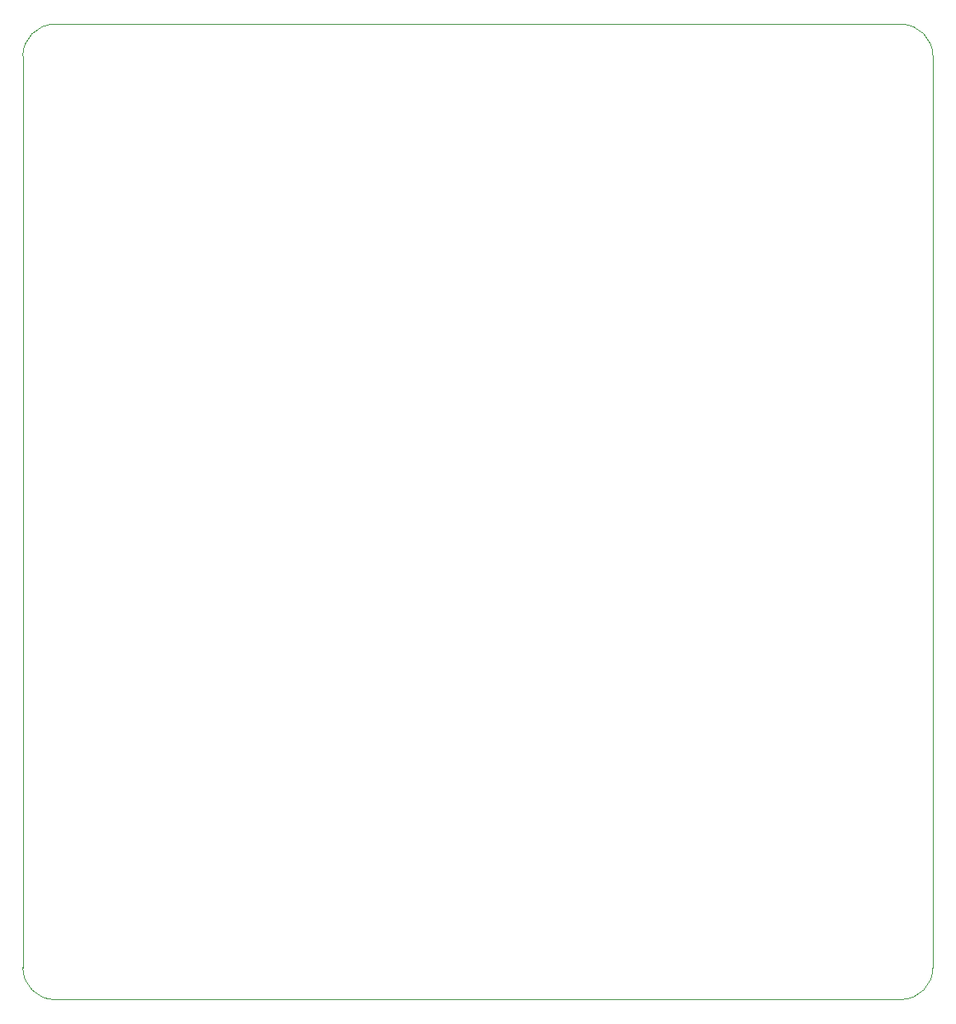
<source format=gbr>
G04 #@! TF.FileFunction,Profile,NP*
%FSLAX46Y46*%
G04 Gerber Fmt 4.6, Leading zero omitted, Abs format (unit mm)*
G04 Created by KiCad (PCBNEW 4.0.7) date Friday, July 13, 2018 'AMt' 10:56:13 AM*
%MOMM*%
%LPD*%
G01*
G04 APERTURE LIST*
%ADD10C,0.100000*%
%ADD11C,0.010000*%
G04 APERTURE END LIST*
D10*
D11*
X143390000Y-150000000D02*
G75*
G03X146670000Y-146720000I0J3280000D01*
G01*
X53330000Y-146720000D02*
G75*
G03X56610000Y-150000000I3280000J0D01*
G01*
X56610000Y-50000000D02*
G75*
G03X53330000Y-53280000I0J-3280000D01*
G01*
X146670000Y-53280000D02*
G75*
G03X143390000Y-50000000I-3280000J0D01*
G01*
X53330000Y-146720000D02*
X53330000Y-53280000D01*
X143390000Y-150000000D02*
X56610000Y-150000000D01*
X146670000Y-53280000D02*
X146670000Y-146720000D01*
X56610000Y-50000000D02*
X143390000Y-50000000D01*
M02*

</source>
